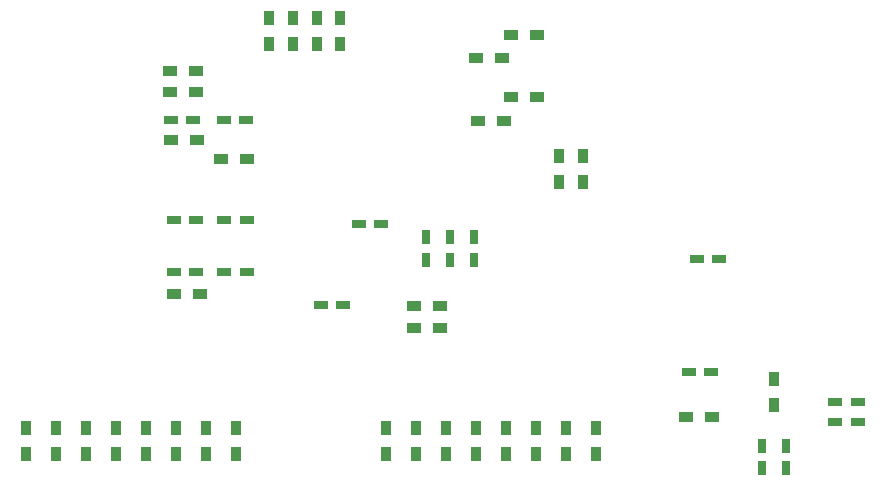
<source format=gbr>
G04 #@! TF.FileFunction,Paste,Bot*
%FSLAX46Y46*%
G04 Gerber Fmt 4.6, Leading zero omitted, Abs format (unit mm)*
G04 Created by KiCad (PCBNEW (2015-11-11 BZR 6310)-product) date Thu 17 Dec 2015 09:32:04 PM CST*
%MOMM*%
G01*
G04 APERTURE LIST*
%ADD10C,0.100000*%
%ADD11R,0.900000X1.200000*%
%ADD12R,1.200000X0.900000*%
%ADD13R,0.750000X1.200000*%
%ADD14R,1.200000X0.750000*%
G04 APERTURE END LIST*
D10*
D11*
X131090000Y-85380000D03*
X131090000Y-83180000D03*
X133100000Y-85380000D03*
X133100000Y-83180000D03*
X173810000Y-113700000D03*
X173810000Y-115900000D03*
X135090000Y-85380000D03*
X135090000Y-83180000D03*
X137100000Y-85380000D03*
X137100000Y-83180000D03*
D12*
X148746000Y-91904000D03*
X150946000Y-91904000D03*
X148596000Y-86594000D03*
X150796000Y-86594000D03*
X153720000Y-89880000D03*
X151520000Y-89880000D03*
X145550000Y-107570000D03*
X143350000Y-107570000D03*
X145550000Y-109410000D03*
X143350000Y-109410000D03*
D11*
X110529000Y-120051000D03*
X110529000Y-117851000D03*
X113069000Y-120051000D03*
X113069000Y-117851000D03*
D12*
X123010000Y-106500000D03*
X125210000Y-106500000D03*
X122730000Y-93490000D03*
X124930000Y-93490000D03*
X124860000Y-87650000D03*
X122660000Y-87650000D03*
X124880000Y-89430000D03*
X122680000Y-89430000D03*
X126980000Y-95070000D03*
X129180000Y-95070000D03*
D11*
X115609000Y-120051000D03*
X115609000Y-117851000D03*
X118149000Y-120051000D03*
X118149000Y-117851000D03*
X120689000Y-120051000D03*
X120689000Y-117851000D03*
X123229000Y-120051000D03*
X123229000Y-117851000D03*
X125769000Y-120051000D03*
X125769000Y-117851000D03*
X128309000Y-120051000D03*
X128309000Y-117851000D03*
X141009000Y-120051000D03*
X141009000Y-117851000D03*
X143549000Y-120051000D03*
X143549000Y-117851000D03*
X146089000Y-120051000D03*
X146089000Y-117851000D03*
X148629000Y-120051000D03*
X148629000Y-117851000D03*
X151169000Y-120051000D03*
X151169000Y-117851000D03*
X153709000Y-120051000D03*
X153709000Y-117851000D03*
X156249000Y-120051000D03*
X156249000Y-117851000D03*
X158789000Y-120051000D03*
X158789000Y-117851000D03*
X157660000Y-94870000D03*
X157660000Y-97070000D03*
X155614000Y-94864000D03*
X155614000Y-97064000D03*
D13*
X172802000Y-121298000D03*
X172802000Y-119398000D03*
X174834000Y-121298000D03*
X174834000Y-119398000D03*
D14*
X168490000Y-113160000D03*
X166590000Y-113160000D03*
D12*
X153740000Y-84570000D03*
X151540000Y-84570000D03*
D14*
X129170000Y-104680000D03*
X127270000Y-104680000D03*
X129130000Y-91810000D03*
X127230000Y-91810000D03*
D13*
X144330000Y-103620000D03*
X144330000Y-101720000D03*
D14*
X140578000Y-100572000D03*
X138678000Y-100572000D03*
X137340000Y-107490000D03*
X135440000Y-107490000D03*
X169200000Y-103600000D03*
X167300000Y-103600000D03*
X123010000Y-104690000D03*
X124910000Y-104690000D03*
X122750000Y-91810000D03*
X124650000Y-91810000D03*
X123010000Y-100270000D03*
X124910000Y-100270000D03*
X129170000Y-100270000D03*
X127270000Y-100270000D03*
X179010000Y-117400000D03*
X180910000Y-117400000D03*
X179010000Y-115720000D03*
X180910000Y-115720000D03*
D12*
X168540000Y-116980000D03*
X166340000Y-116980000D03*
D13*
X148419000Y-101737000D03*
X148419000Y-103637000D03*
X146387000Y-103637000D03*
X146387000Y-101737000D03*
M02*

</source>
